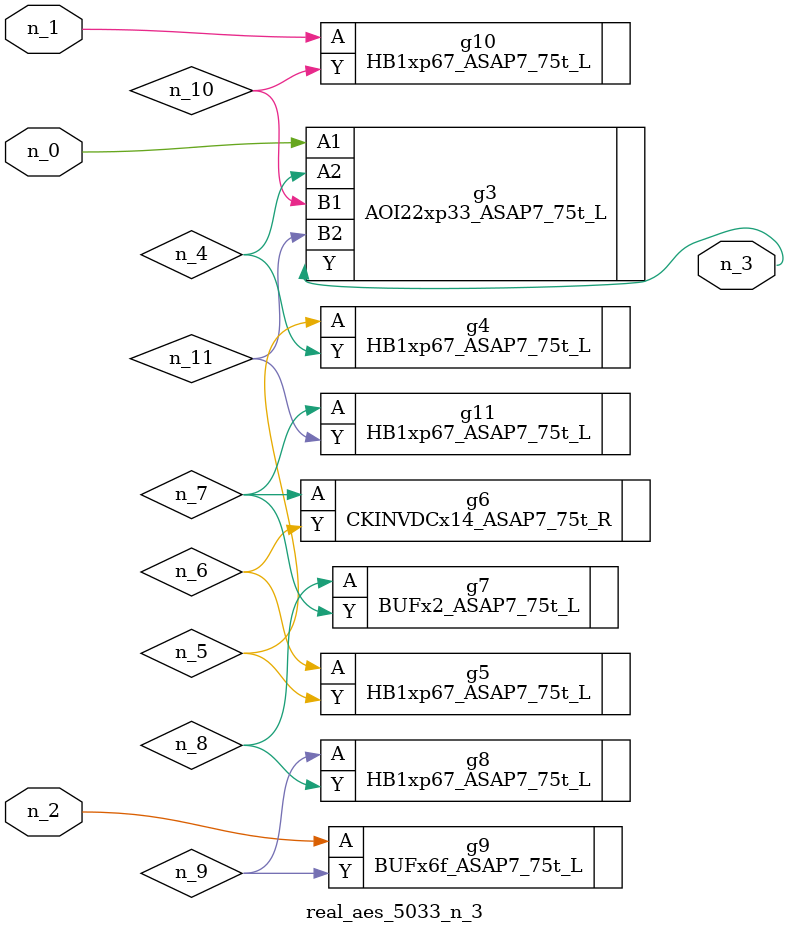
<source format=v>
module real_aes_5033_n_3 (n_0, n_2, n_1, n_3);
input n_0;
input n_2;
input n_1;
output n_3;
wire n_4;
wire n_5;
wire n_7;
wire n_8;
wire n_6;
wire n_9;
wire n_10;
wire n_11;
AOI22xp33_ASAP7_75t_L g3 ( .A1(n_0), .A2(n_4), .B1(n_10), .B2(n_11), .Y(n_3) );
HB1xp67_ASAP7_75t_L g10 ( .A(n_1), .Y(n_10) );
BUFx6f_ASAP7_75t_L g9 ( .A(n_2), .Y(n_9) );
HB1xp67_ASAP7_75t_L g4 ( .A(n_5), .Y(n_4) );
HB1xp67_ASAP7_75t_L g5 ( .A(n_6), .Y(n_5) );
CKINVDCx14_ASAP7_75t_R g6 ( .A(n_7), .Y(n_6) );
HB1xp67_ASAP7_75t_L g11 ( .A(n_7), .Y(n_11) );
BUFx2_ASAP7_75t_L g7 ( .A(n_8), .Y(n_7) );
HB1xp67_ASAP7_75t_L g8 ( .A(n_9), .Y(n_8) );
endmodule
</source>
